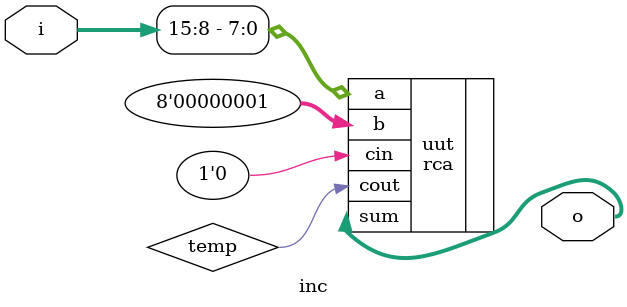
<source format=v>
`timescale 1ns/1ps

/* increment module */

module inc(input [15:0] i,
	output [7:0] o);
		
	wire temp;
	rca uut (.a(i[15:8]), .b(8'b00000001), .cin(1'b0), .cout(temp), .sum(o));
	
	/* adds 1 to the furst operand */
endmodule

</source>
